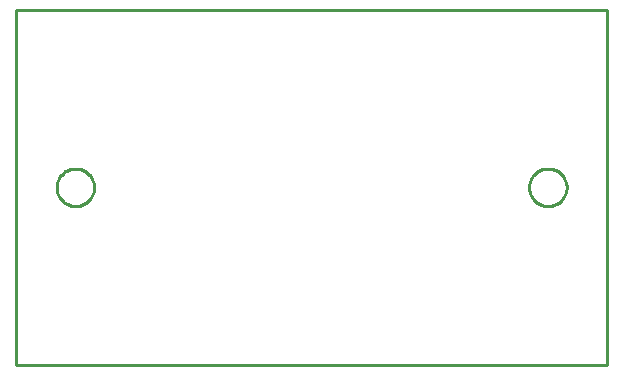
<source format=gbr>
G04 EAGLE Gerber RS-274X export*
G75*
%MOMM*%
%FSLAX34Y34*%
%LPD*%
%AMOC8*
5,1,8,0,0,1.08239X$1,22.5*%
G01*
%ADD10C,0.254000*%


D10*
X0Y0D02*
X500000Y0D01*
X500000Y300000D01*
X0Y300000D01*
X0Y0D01*
X65875Y149480D02*
X65807Y148443D01*
X65671Y147413D01*
X65469Y146393D01*
X65200Y145389D01*
X64865Y144405D01*
X64468Y143445D01*
X64008Y142513D01*
X63488Y141612D01*
X62911Y140748D01*
X62278Y139924D01*
X61593Y139142D01*
X60858Y138407D01*
X60076Y137722D01*
X59252Y137089D01*
X58388Y136512D01*
X57487Y135992D01*
X56555Y135532D01*
X55595Y135135D01*
X54611Y134800D01*
X53607Y134531D01*
X52587Y134329D01*
X51557Y134193D01*
X50520Y134125D01*
X49480Y134125D01*
X48443Y134193D01*
X47413Y134329D01*
X46393Y134531D01*
X45389Y134800D01*
X44405Y135135D01*
X43445Y135532D01*
X42513Y135992D01*
X41612Y136512D01*
X40748Y137089D01*
X39924Y137722D01*
X39142Y138407D01*
X38407Y139142D01*
X37722Y139924D01*
X37089Y140748D01*
X36512Y141612D01*
X35992Y142513D01*
X35532Y143445D01*
X35135Y144405D01*
X34800Y145389D01*
X34531Y146393D01*
X34329Y147413D01*
X34193Y148443D01*
X34125Y149480D01*
X34125Y150520D01*
X34193Y151557D01*
X34329Y152587D01*
X34531Y153607D01*
X34800Y154611D01*
X35135Y155595D01*
X35532Y156555D01*
X35992Y157487D01*
X36512Y158388D01*
X37089Y159252D01*
X37722Y160076D01*
X38407Y160858D01*
X39142Y161593D01*
X39924Y162278D01*
X40748Y162911D01*
X41612Y163488D01*
X42513Y164008D01*
X43445Y164468D01*
X44405Y164865D01*
X45389Y165200D01*
X46393Y165469D01*
X47413Y165671D01*
X48443Y165807D01*
X49480Y165875D01*
X50520Y165875D01*
X51557Y165807D01*
X52587Y165671D01*
X53607Y165469D01*
X54611Y165200D01*
X55595Y164865D01*
X56555Y164468D01*
X57487Y164008D01*
X58388Y163488D01*
X59252Y162911D01*
X60076Y162278D01*
X60858Y161593D01*
X61593Y160858D01*
X62278Y160076D01*
X62911Y159252D01*
X63488Y158388D01*
X64008Y157487D01*
X64468Y156555D01*
X64865Y155595D01*
X65200Y154611D01*
X65469Y153607D01*
X65671Y152587D01*
X65807Y151557D01*
X65875Y150520D01*
X65875Y149480D01*
X465875Y149480D02*
X465807Y148443D01*
X465671Y147413D01*
X465469Y146393D01*
X465200Y145389D01*
X464865Y144405D01*
X464468Y143445D01*
X464008Y142513D01*
X463488Y141612D01*
X462911Y140748D01*
X462278Y139924D01*
X461593Y139142D01*
X460858Y138407D01*
X460076Y137722D01*
X459252Y137089D01*
X458388Y136512D01*
X457487Y135992D01*
X456555Y135532D01*
X455595Y135135D01*
X454611Y134800D01*
X453607Y134531D01*
X452587Y134329D01*
X451557Y134193D01*
X450520Y134125D01*
X449480Y134125D01*
X448443Y134193D01*
X447413Y134329D01*
X446393Y134531D01*
X445389Y134800D01*
X444405Y135135D01*
X443445Y135532D01*
X442513Y135992D01*
X441612Y136512D01*
X440748Y137089D01*
X439924Y137722D01*
X439142Y138407D01*
X438407Y139142D01*
X437722Y139924D01*
X437089Y140748D01*
X436512Y141612D01*
X435992Y142513D01*
X435532Y143445D01*
X435135Y144405D01*
X434800Y145389D01*
X434531Y146393D01*
X434329Y147413D01*
X434193Y148443D01*
X434125Y149480D01*
X434125Y150520D01*
X434193Y151557D01*
X434329Y152587D01*
X434531Y153607D01*
X434800Y154611D01*
X435135Y155595D01*
X435532Y156555D01*
X435992Y157487D01*
X436512Y158388D01*
X437089Y159252D01*
X437722Y160076D01*
X438407Y160858D01*
X439142Y161593D01*
X439924Y162278D01*
X440748Y162911D01*
X441612Y163488D01*
X442513Y164008D01*
X443445Y164468D01*
X444405Y164865D01*
X445389Y165200D01*
X446393Y165469D01*
X447413Y165671D01*
X448443Y165807D01*
X449480Y165875D01*
X450520Y165875D01*
X451557Y165807D01*
X452587Y165671D01*
X453607Y165469D01*
X454611Y165200D01*
X455595Y164865D01*
X456555Y164468D01*
X457487Y164008D01*
X458388Y163488D01*
X459252Y162911D01*
X460076Y162278D01*
X460858Y161593D01*
X461593Y160858D01*
X462278Y160076D01*
X462911Y159252D01*
X463488Y158388D01*
X464008Y157487D01*
X464468Y156555D01*
X464865Y155595D01*
X465200Y154611D01*
X465469Y153607D01*
X465671Y152587D01*
X465807Y151557D01*
X465875Y150520D01*
X465875Y149480D01*
M02*

</source>
